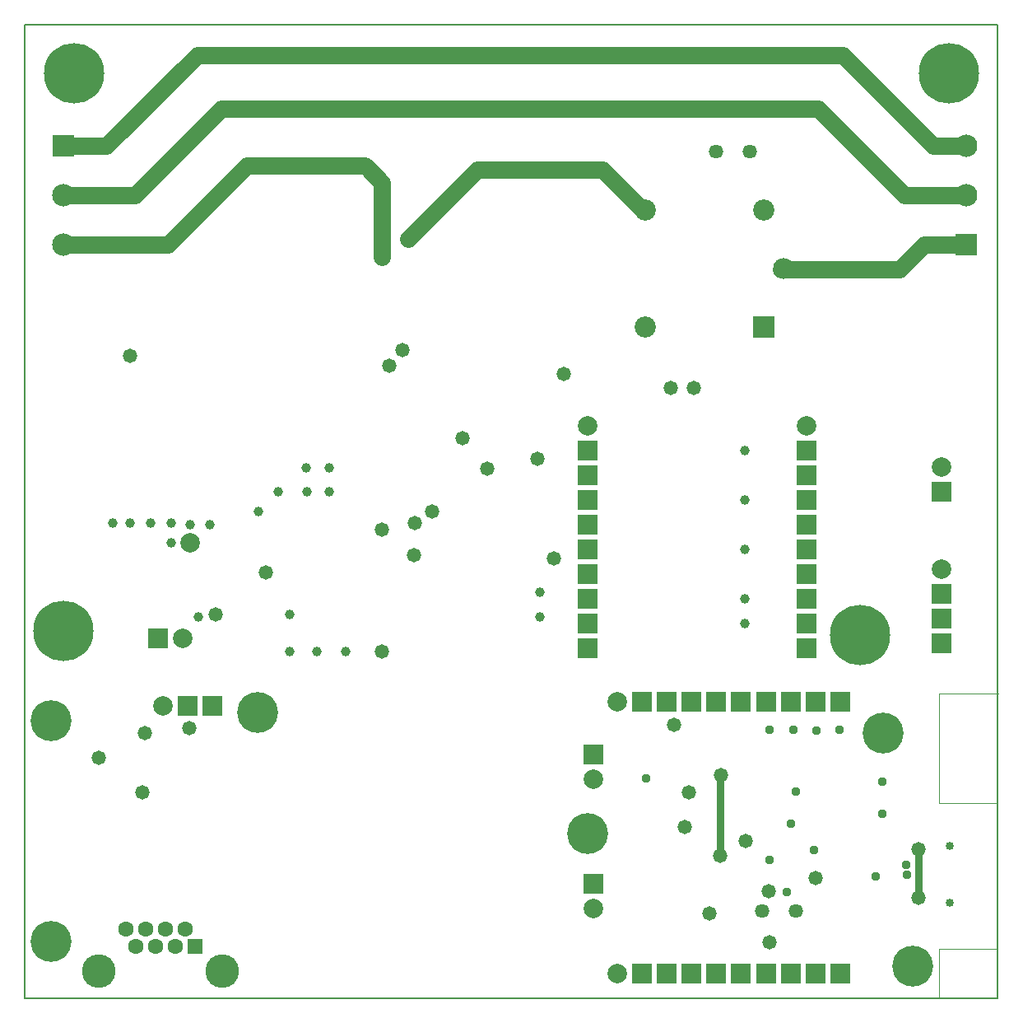
<source format=gbs>
G04*
G04 #@! TF.GenerationSoftware,Altium Limited,CircuitStudio,1.5.2 (30)*
G04*
G04 Layer_Color=8150272*
%FSLAX44Y44*%
%MOMM*%
G71*
G01*
G75*
%ADD47C,0.8000*%
%ADD51C,0.1500*%
%ADD52C,0.1000*%
%ADD79R,2.3032X2.3032*%
%ADD103C,4.2032*%
%ADD104C,1.4612*%
%ADD105C,2.1832*%
%ADD106C,2.1382*%
%ADD107R,2.1832X2.1832*%
%ADD108C,2.3032*%
%ADD109C,6.2032*%
%ADD110R,2.0032X2.0032*%
%ADD111C,2.0032*%
%ADD112R,2.0032X2.0032*%
%ADD113C,0.8532*%
%ADD114C,3.4532*%
%ADD115C,1.6012*%
%ADD116R,1.6012X1.6012*%
%ADD117C,1.4732*%
%ADD118C,1.0032*%
%ADD119C,0.9432*%
%ADD120C,0.9532*%
%ADD121C,1.8000*%
D47*
X1175000Y363000D02*
Y413000D01*
X971000Y406000D02*
Y488000D01*
D51*
X256000Y1260000D02*
X1256000D01*
X256000Y260000D02*
X1256000D01*
Y1260000D01*
X256000Y260000D02*
Y1260000D01*
D52*
X1196000Y260000D02*
Y310000D01*
Y573000D02*
X1257000D01*
X1196000Y460000D02*
Y573000D01*
Y460000D02*
X1252000D01*
X1196000Y260000D02*
X1199000D01*
X1252000Y460000D02*
X1256000D01*
X1196000Y310000D02*
X1242000D01*
X1256000D01*
Y317000D01*
D79*
X295000Y1135800D02*
D03*
X1224000Y1034200D02*
D03*
D103*
X283000Y318000D02*
D03*
Y545000D02*
D03*
X494793Y553756D02*
D03*
X835000Y428750D02*
D03*
X1169500Y292500D02*
D03*
X1138750Y532500D02*
D03*
D104*
X1001750Y1130000D02*
D03*
X967000D02*
D03*
X1014250Y349000D02*
D03*
X1049000D02*
D03*
D105*
X894000Y950000D02*
D03*
Y1070000D02*
D03*
X1016000D02*
D03*
D106*
X1036000Y1010000D02*
D03*
D107*
X1016000Y950000D02*
D03*
D108*
X295000Y1085000D02*
D03*
Y1034200D02*
D03*
X1224000Y1085000D02*
D03*
Y1135800D02*
D03*
D109*
X295000Y637000D02*
D03*
X1206000Y1210000D02*
D03*
X306000D02*
D03*
X1115000Y633000D02*
D03*
D110*
X834999Y619304D02*
D03*
Y644704D02*
D03*
Y670104D02*
D03*
Y695504D02*
D03*
X835000Y797200D02*
D03*
Y822600D02*
D03*
Y771800D02*
D03*
Y746400D02*
D03*
Y721000D02*
D03*
X1059999Y619304D02*
D03*
Y644704D02*
D03*
Y670104D02*
D03*
Y695504D02*
D03*
X1060000Y797200D02*
D03*
Y822600D02*
D03*
Y771800D02*
D03*
Y746400D02*
D03*
Y721000D02*
D03*
X1199000Y780650D02*
D03*
Y624800D02*
D03*
Y650200D02*
D03*
Y675600D02*
D03*
X841000Y377400D02*
D03*
X841000Y510300D02*
D03*
D111*
X835000Y848000D02*
D03*
X418000Y630000D02*
D03*
X1060000Y848000D02*
D03*
X1199000Y806050D02*
D03*
Y701000D02*
D03*
X865600Y285400D02*
D03*
X841000Y352000D02*
D03*
X841000Y484900D02*
D03*
X865600Y564800D02*
D03*
X397923Y560396D02*
D03*
X426000Y727750D02*
D03*
D112*
X392600Y630000D02*
D03*
X1094296Y285399D02*
D03*
X1068896D02*
D03*
X1043496D02*
D03*
X1018096D02*
D03*
X916400Y285400D02*
D03*
X891000D02*
D03*
X941800D02*
D03*
X967200D02*
D03*
X992600D02*
D03*
X1094296Y564799D02*
D03*
X1068896D02*
D03*
X1043496D02*
D03*
X1018096D02*
D03*
X916400Y564800D02*
D03*
X891000D02*
D03*
X941800D02*
D03*
X967200D02*
D03*
X992600D02*
D03*
X448722Y560396D02*
D03*
X423322D02*
D03*
D113*
X1207000Y358100D02*
D03*
Y415900D02*
D03*
D114*
X331883Y287346D02*
D03*
X458882D02*
D03*
D115*
X359683Y330546D02*
D03*
X369883Y312746D02*
D03*
X380083Y330546D02*
D03*
X390283Y312746D02*
D03*
X400482Y330546D02*
D03*
X410682Y312746D02*
D03*
X420882Y330546D02*
D03*
D116*
X431082Y312746D02*
D03*
D117*
X944000Y887000D02*
D03*
X920000D02*
D03*
X800000Y712000D02*
D03*
X656050Y715050D02*
D03*
X810000Y901000D02*
D03*
X783000Y814000D02*
D03*
X630650Y910000D02*
D03*
X706000Y835000D02*
D03*
X644000Y926000D02*
D03*
X452000Y654000D02*
D03*
X504000Y697000D02*
D03*
X623000Y741000D02*
D03*
X731000Y804000D02*
D03*
X364000Y920000D02*
D03*
X675000Y760000D02*
D03*
X657000Y748000D02*
D03*
X623000Y616000D02*
D03*
X960000Y347000D02*
D03*
X939000Y471000D02*
D03*
X1069500Y383500D02*
D03*
X935000Y435584D02*
D03*
X1021000Y369500D02*
D03*
X1022000Y317000D02*
D03*
X924000Y541000D02*
D03*
X971000Y406000D02*
D03*
X972000Y489000D02*
D03*
X997000Y421000D02*
D03*
X1175000Y363000D02*
D03*
Y413000D02*
D03*
X378872Y532456D02*
D03*
X331883Y507056D02*
D03*
X424593Y537536D02*
D03*
X376333Y471496D02*
D03*
D118*
X434460Y651550D02*
D03*
X996000Y822600D02*
D03*
Y771800D02*
D03*
Y721000D02*
D03*
Y670104D02*
D03*
Y644704D02*
D03*
X786000Y676950D02*
D03*
Y651550D02*
D03*
X586000Y616000D02*
D03*
X556000D02*
D03*
X528600D02*
D03*
Y654000D02*
D03*
X623000Y1095000D02*
D03*
X698000Y1088000D02*
D03*
X682000Y1072000D02*
D03*
X667000Y1057000D02*
D03*
X623000Y1076000D02*
D03*
Y1060000D02*
D03*
X406000Y727750D02*
D03*
X545000Y804749D02*
D03*
X569000D02*
D03*
Y780000D02*
D03*
X546000Y780650D02*
D03*
X516000Y780000D02*
D03*
X496000Y760000D02*
D03*
X446000Y746400D02*
D03*
X426000D02*
D03*
X406000Y748000D02*
D03*
X385460D02*
D03*
X364000D02*
D03*
X346000D02*
D03*
D119*
X1162000Y397000D02*
D03*
X1163000Y387000D02*
D03*
X895000Y486000D02*
D03*
X1022000Y401542D02*
D03*
X1138000Y449000D02*
D03*
Y482000D02*
D03*
X1040000Y369000D02*
D03*
X1044000Y439000D02*
D03*
X1131000Y384500D02*
D03*
D120*
X1022000Y536000D02*
D03*
X1046000D02*
D03*
X1070000Y535000D02*
D03*
X1094000Y536000D02*
D03*
X1049000Y471700D02*
D03*
X1067700Y412300D02*
D03*
D121*
X294000Y1135800D02*
X337800D01*
X484460Y1116000D02*
X605000D01*
X402660Y1034200D02*
X484460Y1116000D01*
X294000Y1034200D02*
X402660D01*
X607500Y1113500D02*
X623000Y1098000D01*
X721000Y1111000D02*
X850000D01*
X650000Y1040000D02*
X721000Y1111000D01*
X850000D02*
X892000Y1069000D01*
X623000Y1022000D02*
Y1098000D01*
X1181200Y1034200D02*
X1224000D01*
X1156000Y1009000D02*
X1181200Y1034200D01*
X1034000Y1009000D02*
X1156000D01*
X339800Y1135800D02*
X433000Y1229000D01*
X1097000D01*
X1190200Y1135800D01*
X1226000D01*
X1161000Y1085000D02*
X1224000D01*
X1072000Y1174000D02*
X1161000Y1085000D01*
X458000Y1174000D02*
X1072000D01*
X294000Y1085000D02*
X369000D01*
X458000Y1174000D01*
M02*

</source>
